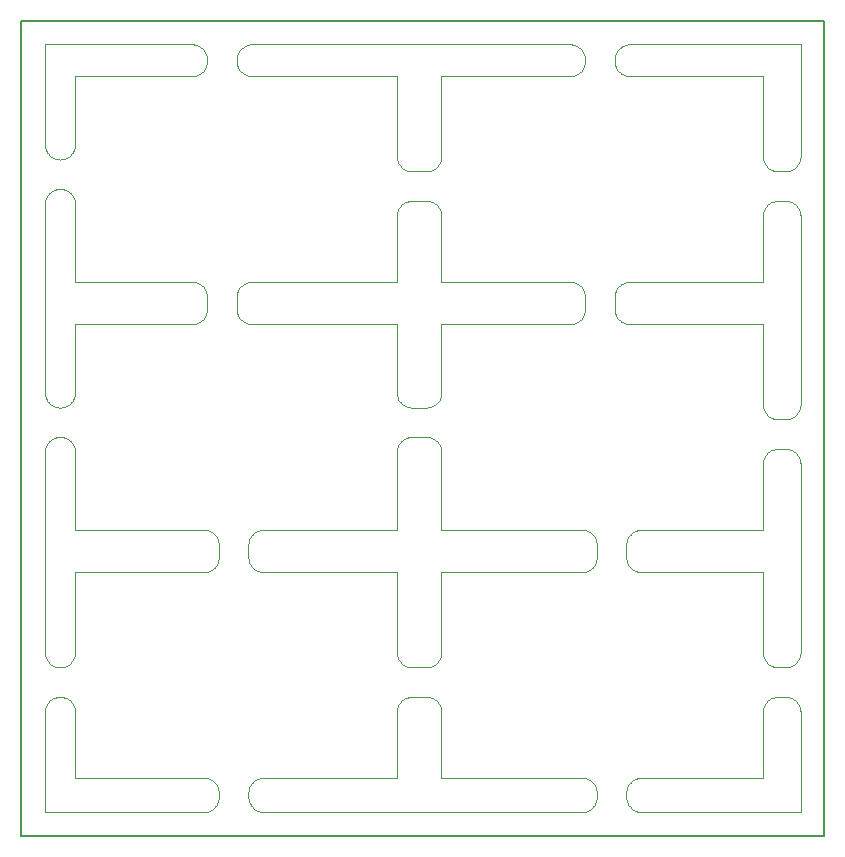
<source format=gbr>
G04 #@! TF.GenerationSoftware,KiCad,Pcbnew,5.0.2-bee76a0~70~ubuntu18.04.1*
G04 #@! TF.CreationDate,2020-02-26T15:16:49+01:00*
G04 #@! TF.ProjectId,output.rs485_adapter_panel,6f757470-7574-42e7-9273-3438355f6164,rev?*
G04 #@! TF.SameCoordinates,Original*
G04 #@! TF.FileFunction,Profile,NP*
%FSLAX46Y46*%
G04 Gerber Fmt 4.6, Leading zero omitted, Abs format (unit mm)*
G04 Created by KiCad (PCBNEW 5.0.2-bee76a0~70~ubuntu18.04.1) date Wed 26 Feb 2020 03:16:49 PM CET*
%MOMM*%
%LPD*%
G01*
G04 APERTURE LIST*
%ADD10C,0.150000*%
%ADD11C,0.100000*%
G04 APERTURE END LIST*
D10*
X135000000Y-70000000D02*
X203000000Y-70000000D01*
X135000000Y-139000000D02*
X135000000Y-70000000D01*
X203000000Y-139000000D02*
X135000000Y-139000000D01*
X203000000Y-70000000D02*
X203000000Y-139000000D01*
D11*
X154500015Y-92100000D02*
X166800000Y-92100000D01*
X149500005Y-92100000D02*
X139600000Y-92100000D01*
X149500005Y-95700000D02*
X139600000Y-95700000D01*
X154500015Y-95700000D02*
X166800000Y-95700000D01*
X149500005Y-95700000D02*
X149599709Y-95692313D01*
X149500005Y-92100000D02*
X149599709Y-92107687D01*
X149599709Y-95692313D02*
X149698527Y-95676985D01*
X149599709Y-92107687D02*
X149698527Y-92123015D01*
X149698527Y-95676985D02*
X149795874Y-95654107D01*
X149698527Y-92123015D02*
X149795874Y-92145893D01*
X149795874Y-95654107D02*
X149891174Y-95623814D01*
X149795874Y-92145893D02*
X149891174Y-92176186D01*
X149891174Y-95623814D02*
X149983864Y-95586285D01*
X149891174Y-92176186D02*
X149983864Y-92213715D01*
X149983864Y-95586285D02*
X150073395Y-95541742D01*
X149983864Y-92213715D02*
X150073395Y-92258258D01*
X150073395Y-95541742D02*
X150159237Y-95490449D01*
X150073395Y-92258258D02*
X150159237Y-92309551D01*
X150159237Y-95490449D02*
X150240882Y-95432709D01*
X150159237Y-92309551D02*
X150240882Y-92367291D01*
X150240882Y-95432709D02*
X150317847Y-95368864D01*
X150240882Y-92367291D02*
X150317847Y-92431136D01*
X150317847Y-95368864D02*
X150389677Y-95299292D01*
X150317847Y-92431136D02*
X150389677Y-92500708D01*
X150389677Y-95299292D02*
X150455947Y-95224405D01*
X150389677Y-92500708D02*
X150455947Y-92575595D01*
X150455947Y-95224405D02*
X150516265Y-95144646D01*
X150455947Y-92575595D02*
X150516265Y-92655354D01*
X150516265Y-95144646D02*
X150570274Y-95060487D01*
X150516265Y-92655354D02*
X150570274Y-92739513D01*
X150570274Y-95060487D02*
X150617654Y-94972426D01*
X150570274Y-92739513D02*
X150617654Y-92827574D01*
X150617654Y-94972426D02*
X150658125Y-94880984D01*
X150617654Y-92827574D02*
X150658125Y-92919016D01*
X150658125Y-94880984D02*
X150691447Y-94786702D01*
X150658125Y-92919016D02*
X150691447Y-93013298D01*
X150691447Y-94786702D02*
X150717423Y-94690138D01*
X150691447Y-93013298D02*
X150717423Y-93109862D01*
X150717423Y-94690138D02*
X150735900Y-94591863D01*
X150717423Y-93109862D02*
X150735900Y-93208137D01*
X150735900Y-94591863D02*
X150746768Y-94492458D01*
X150735900Y-93208137D02*
X150746768Y-93307542D01*
X150746768Y-94492458D02*
X150749963Y-94392512D01*
X150746768Y-93307542D02*
X150749963Y-93407488D01*
X150749963Y-93407488D02*
X150749963Y-94392512D01*
X154500015Y-95700000D02*
X154400311Y-95692313D01*
X154500015Y-92100000D02*
X154400311Y-92107687D01*
X154400311Y-95692313D02*
X154301493Y-95676985D01*
X154400311Y-92107687D02*
X154301493Y-92123015D01*
X154301493Y-95676985D02*
X154204146Y-95654107D01*
X154301493Y-92123015D02*
X154204146Y-92145893D01*
X154204146Y-95654107D02*
X154108846Y-95623814D01*
X154204146Y-92145893D02*
X154108846Y-92176186D01*
X154108846Y-95623814D02*
X154016156Y-95586285D01*
X154108846Y-92176186D02*
X154016156Y-92213715D01*
X154016156Y-95586285D02*
X153926625Y-95541742D01*
X154016156Y-92213715D02*
X153926625Y-92258258D01*
X153926625Y-95541742D02*
X153840783Y-95490449D01*
X153926625Y-92258258D02*
X153840783Y-92309551D01*
X153840783Y-95490449D02*
X153759138Y-95432709D01*
X153840783Y-92309551D02*
X153759138Y-92367291D01*
X153759138Y-95432709D02*
X153682173Y-95368864D01*
X153759138Y-92367291D02*
X153682173Y-92431136D01*
X153682173Y-95368864D02*
X153610343Y-95299292D01*
X153682173Y-92431136D02*
X153610343Y-92500708D01*
X153610343Y-95299292D02*
X153544073Y-95224405D01*
X153610343Y-92500708D02*
X153544073Y-92575595D01*
X153544073Y-95224405D02*
X153483755Y-95144646D01*
X153544073Y-92575595D02*
X153483755Y-92655354D01*
X153483755Y-95144646D02*
X153429746Y-95060487D01*
X153483755Y-92655354D02*
X153429746Y-92739513D01*
X153429746Y-95060487D02*
X153382366Y-94972426D01*
X153429746Y-92739513D02*
X153382366Y-92827574D01*
X153382366Y-94972426D02*
X153341895Y-94880984D01*
X153382366Y-92827574D02*
X153341895Y-92919016D01*
X153341895Y-94880984D02*
X153308573Y-94786702D01*
X153341895Y-92919016D02*
X153308573Y-93013298D01*
X153308573Y-94786702D02*
X153282597Y-94690138D01*
X153308573Y-93013298D02*
X153282597Y-93109862D01*
X153282597Y-94690138D02*
X153264120Y-94591863D01*
X153282597Y-93109862D02*
X153264120Y-93208137D01*
X153264120Y-94591863D02*
X153253252Y-94492458D01*
X153264120Y-93208137D02*
X153253252Y-93307542D01*
X153253252Y-94492458D02*
X153250057Y-94392512D01*
X153253252Y-93307542D02*
X153250057Y-93407488D01*
X153250057Y-93407488D02*
X153250057Y-94392512D01*
X150499995Y-116700000D02*
X139600000Y-116700000D01*
X155500008Y-116700000D02*
X166800000Y-116700000D01*
X155500008Y-113100000D02*
X166800000Y-113100000D01*
X150499995Y-113100000D02*
X139600000Y-113100000D01*
X155500008Y-113100000D02*
X155400304Y-113107687D01*
X155500008Y-116700000D02*
X155400304Y-116692313D01*
X155400304Y-113107687D02*
X155301486Y-113123015D01*
X155400304Y-116692313D02*
X155301486Y-116676985D01*
X155301486Y-113123015D02*
X155204139Y-113145893D01*
X155301486Y-116676985D02*
X155204139Y-116654107D01*
X155204139Y-113145893D02*
X155108839Y-113176186D01*
X155204139Y-116654107D02*
X155108839Y-116623814D01*
X155108839Y-113176186D02*
X155016149Y-113213715D01*
X155108839Y-116623814D02*
X155016149Y-116586285D01*
X155016149Y-113213715D02*
X154926618Y-113258258D01*
X155016149Y-116586285D02*
X154926618Y-116541742D01*
X154926618Y-113258258D02*
X154840776Y-113309551D01*
X154926618Y-116541742D02*
X154840776Y-116490449D01*
X154840776Y-113309551D02*
X154759131Y-113367291D01*
X154840776Y-116490449D02*
X154759131Y-116432709D01*
X154759131Y-113367291D02*
X154682166Y-113431136D01*
X154759131Y-116432709D02*
X154682166Y-116368864D01*
X154682166Y-113431136D02*
X154610336Y-113500708D01*
X154682166Y-116368864D02*
X154610336Y-116299292D01*
X154610336Y-113500708D02*
X154544066Y-113575595D01*
X154610336Y-116299292D02*
X154544066Y-116224405D01*
X154544066Y-113575595D02*
X154483748Y-113655354D01*
X154544066Y-116224405D02*
X154483748Y-116144646D01*
X154483748Y-113655354D02*
X154429739Y-113739513D01*
X154483748Y-116144646D02*
X154429739Y-116060487D01*
X154429739Y-113739513D02*
X154382359Y-113827574D01*
X154429739Y-116060487D02*
X154382359Y-115972426D01*
X154382359Y-113827574D02*
X154341888Y-113919016D01*
X154382359Y-115972426D02*
X154341888Y-115880984D01*
X154341888Y-113919016D02*
X154308566Y-114013298D01*
X154341888Y-115880984D02*
X154308566Y-115786702D01*
X154308566Y-114013298D02*
X154282590Y-114109862D01*
X154308566Y-115786702D02*
X154282590Y-115690138D01*
X154282590Y-114109862D02*
X154264113Y-114208137D01*
X154282590Y-115690138D02*
X154264113Y-115591863D01*
X154264113Y-114208137D02*
X154253245Y-114307542D01*
X154264113Y-115591863D02*
X154253245Y-115492458D01*
X154253245Y-114307542D02*
X154250050Y-114407488D01*
X154253245Y-115492458D02*
X154250050Y-115392512D01*
X154250050Y-115392512D02*
X154250050Y-114407488D01*
X150499995Y-113100000D02*
X150599699Y-113107687D01*
X150499995Y-116700000D02*
X150599699Y-116692313D01*
X150599699Y-113107687D02*
X150698517Y-113123015D01*
X150599699Y-116692313D02*
X150698517Y-116676985D01*
X150698517Y-113123015D02*
X150795864Y-113145893D01*
X150698517Y-116676985D02*
X150795864Y-116654107D01*
X150795864Y-113145893D02*
X150891164Y-113176186D01*
X150795864Y-116654107D02*
X150891164Y-116623814D01*
X150891164Y-113176186D02*
X150983854Y-113213715D01*
X150891164Y-116623814D02*
X150983854Y-116586285D01*
X150983854Y-113213715D02*
X151073385Y-113258258D01*
X150983854Y-116586285D02*
X151073385Y-116541742D01*
X151073385Y-113258258D02*
X151159227Y-113309551D01*
X151073385Y-116541742D02*
X151159227Y-116490449D01*
X151159227Y-113309551D02*
X151240872Y-113367291D01*
X151159227Y-116490449D02*
X151240872Y-116432709D01*
X151240872Y-113367291D02*
X151317837Y-113431136D01*
X151240872Y-116432709D02*
X151317837Y-116368864D01*
X151317837Y-113431136D02*
X151389667Y-113500708D01*
X151317837Y-116368864D02*
X151389667Y-116299292D01*
X151389667Y-113500708D02*
X151455937Y-113575595D01*
X151389667Y-116299292D02*
X151455937Y-116224405D01*
X151455937Y-113575595D02*
X151516255Y-113655354D01*
X151455937Y-116224405D02*
X151516255Y-116144646D01*
X151516255Y-113655354D02*
X151570264Y-113739513D01*
X151516255Y-116144646D02*
X151570264Y-116060487D01*
X151570264Y-113739513D02*
X151617644Y-113827574D01*
X151570264Y-116060487D02*
X151617644Y-115972426D01*
X151617644Y-113827574D02*
X151658115Y-113919016D01*
X151617644Y-115972426D02*
X151658115Y-115880984D01*
X151658115Y-113919016D02*
X151691437Y-114013298D01*
X151658115Y-115880984D02*
X151691437Y-115786702D01*
X151691437Y-114013298D02*
X151717413Y-114109862D01*
X151691437Y-115786702D02*
X151717413Y-115690138D01*
X151717413Y-114109862D02*
X151735890Y-114208137D01*
X151717413Y-115690138D02*
X151735890Y-115591863D01*
X151735890Y-114208137D02*
X151746758Y-114307542D01*
X151735890Y-115591863D02*
X151746758Y-115492458D01*
X151746758Y-114307542D02*
X151749953Y-114407488D01*
X151746758Y-115492458D02*
X151749953Y-115392512D01*
X151749953Y-115392512D02*
X151749953Y-114407488D01*
X182500015Y-116700000D02*
X170600000Y-116700000D01*
X187500000Y-116700000D02*
X197800000Y-116700000D01*
X187500000Y-113100000D02*
X197800000Y-113100000D01*
X182500015Y-113100000D02*
X170600000Y-113100000D01*
X187500000Y-113100000D02*
X187400296Y-113107687D01*
X187500000Y-116700000D02*
X187400296Y-116692313D01*
X187400296Y-113107687D02*
X187301478Y-113123015D01*
X187400296Y-116692313D02*
X187301478Y-116676985D01*
X187301478Y-113123015D02*
X187204131Y-113145893D01*
X187301478Y-116676985D02*
X187204131Y-116654107D01*
X187204131Y-113145893D02*
X187108831Y-113176186D01*
X187204131Y-116654107D02*
X187108831Y-116623814D01*
X187108831Y-113176186D02*
X187016141Y-113213715D01*
X187108831Y-116623814D02*
X187016141Y-116586285D01*
X187016141Y-113213715D02*
X186926610Y-113258258D01*
X187016141Y-116586285D02*
X186926610Y-116541742D01*
X186926610Y-113258258D02*
X186840768Y-113309551D01*
X186926610Y-116541742D02*
X186840768Y-116490449D01*
X186840768Y-113309551D02*
X186759123Y-113367291D01*
X186840768Y-116490449D02*
X186759123Y-116432709D01*
X186759123Y-113367291D02*
X186682158Y-113431136D01*
X186759123Y-116432709D02*
X186682158Y-116368864D01*
X186682158Y-113431136D02*
X186610328Y-113500708D01*
X186682158Y-116368864D02*
X186610328Y-116299292D01*
X186610328Y-113500708D02*
X186544058Y-113575595D01*
X186610328Y-116299292D02*
X186544058Y-116224405D01*
X186544058Y-113575595D02*
X186483740Y-113655354D01*
X186544058Y-116224405D02*
X186483740Y-116144646D01*
X186483740Y-113655354D02*
X186429731Y-113739513D01*
X186483740Y-116144646D02*
X186429731Y-116060487D01*
X186429731Y-113739513D02*
X186382351Y-113827574D01*
X186429731Y-116060487D02*
X186382351Y-115972426D01*
X186382351Y-113827574D02*
X186341880Y-113919016D01*
X186382351Y-115972426D02*
X186341880Y-115880984D01*
X186341880Y-113919016D02*
X186308558Y-114013298D01*
X186341880Y-115880984D02*
X186308558Y-115786702D01*
X186308558Y-114013298D02*
X186282582Y-114109862D01*
X186308558Y-115786702D02*
X186282582Y-115690138D01*
X186282582Y-114109862D02*
X186264105Y-114208137D01*
X186282582Y-115690138D02*
X186264105Y-115591863D01*
X186264105Y-114208137D02*
X186253237Y-114307542D01*
X186264105Y-115591863D02*
X186253237Y-115492458D01*
X186253237Y-114307542D02*
X186250042Y-114407488D01*
X186253237Y-115492458D02*
X186250042Y-115392512D01*
X186250042Y-115392512D02*
X186250042Y-114407488D01*
X182500015Y-113100000D02*
X182599719Y-113107687D01*
X182500015Y-116700000D02*
X182599719Y-116692313D01*
X182599719Y-113107687D02*
X182698537Y-113123015D01*
X182599719Y-116692313D02*
X182698537Y-116676985D01*
X182698537Y-113123015D02*
X182795884Y-113145893D01*
X182698537Y-116676985D02*
X182795884Y-116654107D01*
X182795884Y-113145893D02*
X182891184Y-113176186D01*
X182795884Y-116654107D02*
X182891184Y-116623814D01*
X182891184Y-113176186D02*
X182983874Y-113213715D01*
X182891184Y-116623814D02*
X182983874Y-116586285D01*
X182983874Y-113213715D02*
X183073405Y-113258258D01*
X182983874Y-116586285D02*
X183073405Y-116541742D01*
X183073405Y-113258258D02*
X183159247Y-113309551D01*
X183073405Y-116541742D02*
X183159247Y-116490449D01*
X183159247Y-113309551D02*
X183240892Y-113367291D01*
X183159247Y-116490449D02*
X183240892Y-116432709D01*
X183240892Y-113367291D02*
X183317857Y-113431136D01*
X183240892Y-116432709D02*
X183317857Y-116368864D01*
X183317857Y-113431136D02*
X183389687Y-113500708D01*
X183317857Y-116368864D02*
X183389687Y-116299292D01*
X183389687Y-113500708D02*
X183455957Y-113575595D01*
X183389687Y-116299292D02*
X183455957Y-116224405D01*
X183455957Y-113575595D02*
X183516275Y-113655354D01*
X183455957Y-116224405D02*
X183516275Y-116144646D01*
X183516275Y-113655354D02*
X183570284Y-113739513D01*
X183516275Y-116144646D02*
X183570284Y-116060487D01*
X183570284Y-113739513D02*
X183617664Y-113827574D01*
X183570284Y-116060487D02*
X183617664Y-115972426D01*
X183617664Y-113827574D02*
X183658135Y-113919016D01*
X183617664Y-115972426D02*
X183658135Y-115880984D01*
X183658135Y-113919016D02*
X183691457Y-114013298D01*
X183658135Y-115880984D02*
X183691457Y-115786702D01*
X183691457Y-114013298D02*
X183717433Y-114109862D01*
X183691457Y-115786702D02*
X183717433Y-115690138D01*
X183717433Y-114109862D02*
X183735910Y-114208137D01*
X183717433Y-115690138D02*
X183735910Y-115591863D01*
X183735910Y-114208137D02*
X183746778Y-114307542D01*
X183735910Y-115591863D02*
X183746778Y-115492458D01*
X183746778Y-114307542D02*
X183749973Y-114407488D01*
X183746778Y-115492458D02*
X183749973Y-115392512D01*
X183749973Y-115392512D02*
X183749973Y-114407488D01*
X186500008Y-92100000D02*
X197800000Y-92100000D01*
X181499995Y-92100000D02*
X170600000Y-92100000D01*
X181499995Y-95700000D02*
X170600000Y-95700000D01*
X186500008Y-95700000D02*
X197800000Y-95700000D01*
X181499995Y-95700000D02*
X181599699Y-95692313D01*
X181499995Y-92100000D02*
X181599699Y-92107687D01*
X181599699Y-95692313D02*
X181698517Y-95676985D01*
X181599699Y-92107687D02*
X181698517Y-92123015D01*
X181698517Y-95676985D02*
X181795864Y-95654107D01*
X181698517Y-92123015D02*
X181795864Y-92145893D01*
X181795864Y-95654107D02*
X181891164Y-95623814D01*
X181795864Y-92145893D02*
X181891164Y-92176186D01*
X181891164Y-95623814D02*
X181983854Y-95586285D01*
X181891164Y-92176186D02*
X181983854Y-92213715D01*
X181983854Y-95586285D02*
X182073385Y-95541742D01*
X181983854Y-92213715D02*
X182073385Y-92258258D01*
X182073385Y-95541742D02*
X182159227Y-95490449D01*
X182073385Y-92258258D02*
X182159227Y-92309551D01*
X182159227Y-95490449D02*
X182240872Y-95432709D01*
X182159227Y-92309551D02*
X182240872Y-92367291D01*
X182240872Y-95432709D02*
X182317837Y-95368864D01*
X182240872Y-92367291D02*
X182317837Y-92431136D01*
X182317837Y-95368864D02*
X182389667Y-95299292D01*
X182317837Y-92431136D02*
X182389667Y-92500708D01*
X182389667Y-95299292D02*
X182455937Y-95224405D01*
X182389667Y-92500708D02*
X182455937Y-92575595D01*
X182455937Y-95224405D02*
X182516255Y-95144646D01*
X182455937Y-92575595D02*
X182516255Y-92655354D01*
X182516255Y-95144646D02*
X182570264Y-95060487D01*
X182516255Y-92655354D02*
X182570264Y-92739513D01*
X182570264Y-95060487D02*
X182617644Y-94972426D01*
X182570264Y-92739513D02*
X182617644Y-92827574D01*
X182617644Y-94972426D02*
X182658115Y-94880984D01*
X182617644Y-92827574D02*
X182658115Y-92919016D01*
X182658115Y-94880984D02*
X182691437Y-94786702D01*
X182658115Y-92919016D02*
X182691437Y-93013298D01*
X182691437Y-94786702D02*
X182717413Y-94690138D01*
X182691437Y-93013298D02*
X182717413Y-93109862D01*
X182717413Y-94690138D02*
X182735890Y-94591863D01*
X182717413Y-93109862D02*
X182735890Y-93208137D01*
X182735890Y-94591863D02*
X182746758Y-94492458D01*
X182735890Y-93208137D02*
X182746758Y-93307542D01*
X182746758Y-94492458D02*
X182749953Y-94392512D01*
X182746758Y-93307542D02*
X182749953Y-93407488D01*
X182749953Y-93407488D02*
X182749953Y-94392512D01*
X186500008Y-95700000D02*
X186400304Y-95692313D01*
X186500008Y-92100000D02*
X186400304Y-92107687D01*
X186400304Y-95692313D02*
X186301486Y-95676985D01*
X186400304Y-92107687D02*
X186301486Y-92123015D01*
X186301486Y-95676985D02*
X186204139Y-95654107D01*
X186301486Y-92123015D02*
X186204139Y-92145893D01*
X186204139Y-95654107D02*
X186108839Y-95623814D01*
X186204139Y-92145893D02*
X186108839Y-92176186D01*
X186108839Y-95623814D02*
X186016149Y-95586285D01*
X186108839Y-92176186D02*
X186016149Y-92213715D01*
X186016149Y-95586285D02*
X185926618Y-95541742D01*
X186016149Y-92213715D02*
X185926618Y-92258258D01*
X185926618Y-95541742D02*
X185840776Y-95490449D01*
X185926618Y-92258258D02*
X185840776Y-92309551D01*
X185840776Y-95490449D02*
X185759131Y-95432709D01*
X185840776Y-92309551D02*
X185759131Y-92367291D01*
X185759131Y-95432709D02*
X185682166Y-95368864D01*
X185759131Y-92367291D02*
X185682166Y-92431136D01*
X185682166Y-95368864D02*
X185610336Y-95299292D01*
X185682166Y-92431136D02*
X185610336Y-92500708D01*
X185610336Y-95299292D02*
X185544066Y-95224405D01*
X185610336Y-92500708D02*
X185544066Y-92575595D01*
X185544066Y-95224405D02*
X185483748Y-95144646D01*
X185544066Y-92575595D02*
X185483748Y-92655354D01*
X185483748Y-95144646D02*
X185429739Y-95060487D01*
X185483748Y-92655354D02*
X185429739Y-92739513D01*
X185429739Y-95060487D02*
X185382359Y-94972426D01*
X185429739Y-92739513D02*
X185382359Y-92827574D01*
X185382359Y-94972426D02*
X185341888Y-94880984D01*
X185382359Y-92827574D02*
X185341888Y-92919016D01*
X185341888Y-94880984D02*
X185308566Y-94786702D01*
X185341888Y-92919016D02*
X185308566Y-93013298D01*
X185308566Y-94786702D02*
X185282590Y-94690138D01*
X185308566Y-93013298D02*
X185282590Y-93109862D01*
X185282590Y-94690138D02*
X185264113Y-94591863D01*
X185282590Y-93109862D02*
X185264113Y-93208137D01*
X185264113Y-94591863D02*
X185253245Y-94492458D01*
X185264113Y-93208137D02*
X185253245Y-93307542D01*
X185253245Y-94492458D02*
X185250050Y-94392512D01*
X185253245Y-93307542D02*
X185250050Y-93407488D01*
X185250050Y-93407488D02*
X185250050Y-94392512D01*
X170600000Y-128500005D02*
X170600000Y-134100000D01*
X170600000Y-123499997D02*
X170600000Y-116700000D01*
X166800000Y-123499997D02*
X166800000Y-116700000D01*
X166800000Y-128500005D02*
X166800000Y-134100000D01*
X166800000Y-123499997D02*
X166807687Y-123599701D01*
X170600000Y-123499997D02*
X170592313Y-123599701D01*
X166807687Y-123599701D02*
X166823015Y-123698519D01*
X170592313Y-123599701D02*
X170576985Y-123698519D01*
X166823015Y-123698519D02*
X166845893Y-123795866D01*
X170576985Y-123698519D02*
X170554107Y-123795866D01*
X166845893Y-123795866D02*
X166876186Y-123891166D01*
X170554107Y-123795866D02*
X170523814Y-123891166D01*
X166876186Y-123891166D02*
X166913715Y-123983856D01*
X170523814Y-123891166D02*
X170486285Y-123983856D01*
X166913715Y-123983856D02*
X166958258Y-124073387D01*
X170486285Y-123983856D02*
X170441742Y-124073387D01*
X166958258Y-124073387D02*
X167009551Y-124159229D01*
X170441742Y-124073387D02*
X170390449Y-124159229D01*
X167009551Y-124159229D02*
X167067291Y-124240874D01*
X170390449Y-124159229D02*
X170332709Y-124240874D01*
X167067291Y-124240874D02*
X167131136Y-124317839D01*
X170332709Y-124240874D02*
X170268864Y-124317839D01*
X167131136Y-124317839D02*
X167200708Y-124389669D01*
X170268864Y-124317839D02*
X170199292Y-124389669D01*
X167200708Y-124389669D02*
X167275595Y-124455939D01*
X170199292Y-124389669D02*
X170124405Y-124455939D01*
X167275595Y-124455939D02*
X167355354Y-124516257D01*
X170124405Y-124455939D02*
X170044646Y-124516257D01*
X167355354Y-124516257D02*
X167439513Y-124570266D01*
X170044646Y-124516257D02*
X169960487Y-124570266D01*
X167439513Y-124570266D02*
X167527574Y-124617646D01*
X169960487Y-124570266D02*
X169872426Y-124617646D01*
X167527574Y-124617646D02*
X167619016Y-124658117D01*
X169872426Y-124617646D02*
X169780984Y-124658117D01*
X167619016Y-124658117D02*
X167713298Y-124691439D01*
X169780984Y-124658117D02*
X169686702Y-124691439D01*
X167713298Y-124691439D02*
X167809862Y-124717415D01*
X169686702Y-124691439D02*
X169590138Y-124717415D01*
X167809862Y-124717415D02*
X167908137Y-124735892D01*
X169590138Y-124717415D02*
X169491863Y-124735892D01*
X167908137Y-124735892D02*
X168007542Y-124746760D01*
X169491863Y-124735892D02*
X169392458Y-124746760D01*
X168007542Y-124746760D02*
X168107488Y-124749955D01*
X169392458Y-124746760D02*
X169292512Y-124749955D01*
X169292512Y-124749955D02*
X168107488Y-124749955D01*
X166800000Y-128500005D02*
X166807687Y-128400301D01*
X170600000Y-128500005D02*
X170592313Y-128400301D01*
X166807687Y-128400301D02*
X166823015Y-128301483D01*
X170592313Y-128400301D02*
X170576985Y-128301483D01*
X166823015Y-128301483D02*
X166845893Y-128204136D01*
X170576985Y-128301483D02*
X170554107Y-128204136D01*
X166845893Y-128204136D02*
X166876186Y-128108836D01*
X170554107Y-128204136D02*
X170523814Y-128108836D01*
X166876186Y-128108836D02*
X166913715Y-128016146D01*
X170523814Y-128108836D02*
X170486285Y-128016146D01*
X166913715Y-128016146D02*
X166958258Y-127926615D01*
X170486285Y-128016146D02*
X170441742Y-127926615D01*
X166958258Y-127926615D02*
X167009551Y-127840773D01*
X170441742Y-127926615D02*
X170390449Y-127840773D01*
X167009551Y-127840773D02*
X167067291Y-127759128D01*
X170390449Y-127840773D02*
X170332709Y-127759128D01*
X167067291Y-127759128D02*
X167131136Y-127682163D01*
X170332709Y-127759128D02*
X170268864Y-127682163D01*
X167131136Y-127682163D02*
X167200708Y-127610333D01*
X170268864Y-127682163D02*
X170199292Y-127610333D01*
X167200708Y-127610333D02*
X167275595Y-127544063D01*
X170199292Y-127610333D02*
X170124405Y-127544063D01*
X167275595Y-127544063D02*
X167355354Y-127483745D01*
X170124405Y-127544063D02*
X170044646Y-127483745D01*
X167355354Y-127483745D02*
X167439513Y-127429736D01*
X170044646Y-127483745D02*
X169960487Y-127429736D01*
X167439513Y-127429736D02*
X167527574Y-127382356D01*
X169960487Y-127429736D02*
X169872426Y-127382356D01*
X167527574Y-127382356D02*
X167619016Y-127341885D01*
X169872426Y-127382356D02*
X169780984Y-127341885D01*
X167619016Y-127341885D02*
X167713298Y-127308563D01*
X169780984Y-127341885D02*
X169686702Y-127308563D01*
X167713298Y-127308563D02*
X167809862Y-127282587D01*
X169686702Y-127308563D02*
X169590138Y-127282587D01*
X167809862Y-127282587D02*
X167908137Y-127264110D01*
X169590138Y-127282587D02*
X169491863Y-127264110D01*
X167908137Y-127264110D02*
X168007542Y-127253242D01*
X169491863Y-127264110D02*
X169392458Y-127253242D01*
X168007542Y-127253242D02*
X168107488Y-127250047D01*
X169392458Y-127253242D02*
X169292512Y-127250047D01*
X169292512Y-127250047D02*
X168107488Y-127250047D01*
X170600000Y-86500005D02*
X170600000Y-92100000D01*
X170600000Y-81499997D02*
X170600000Y-74700000D01*
X166800000Y-81499997D02*
X166800000Y-74700000D01*
X166800000Y-86500005D02*
X166800000Y-92100000D01*
X166800000Y-81499997D02*
X166807687Y-81599701D01*
X170600000Y-81499997D02*
X170592313Y-81599701D01*
X166807687Y-81599701D02*
X166823015Y-81698519D01*
X170592313Y-81599701D02*
X170576985Y-81698519D01*
X166823015Y-81698519D02*
X166845893Y-81795866D01*
X170576985Y-81698519D02*
X170554107Y-81795866D01*
X166845893Y-81795866D02*
X166876186Y-81891166D01*
X170554107Y-81795866D02*
X170523814Y-81891166D01*
X166876186Y-81891166D02*
X166913715Y-81983856D01*
X170523814Y-81891166D02*
X170486285Y-81983856D01*
X166913715Y-81983856D02*
X166958258Y-82073387D01*
X170486285Y-81983856D02*
X170441742Y-82073387D01*
X166958258Y-82073387D02*
X167009551Y-82159229D01*
X170441742Y-82073387D02*
X170390449Y-82159229D01*
X167009551Y-82159229D02*
X167067291Y-82240874D01*
X170390449Y-82159229D02*
X170332709Y-82240874D01*
X167067291Y-82240874D02*
X167131136Y-82317839D01*
X170332709Y-82240874D02*
X170268864Y-82317839D01*
X167131136Y-82317839D02*
X167200708Y-82389669D01*
X170268864Y-82317839D02*
X170199292Y-82389669D01*
X167200708Y-82389669D02*
X167275595Y-82455939D01*
X170199292Y-82389669D02*
X170124405Y-82455939D01*
X167275595Y-82455939D02*
X167355354Y-82516257D01*
X170124405Y-82455939D02*
X170044646Y-82516257D01*
X167355354Y-82516257D02*
X167439513Y-82570266D01*
X170044646Y-82516257D02*
X169960487Y-82570266D01*
X167439513Y-82570266D02*
X167527574Y-82617646D01*
X169960487Y-82570266D02*
X169872426Y-82617646D01*
X167527574Y-82617646D02*
X167619016Y-82658117D01*
X169872426Y-82617646D02*
X169780984Y-82658117D01*
X167619016Y-82658117D02*
X167713298Y-82691439D01*
X169780984Y-82658117D02*
X169686702Y-82691439D01*
X167713298Y-82691439D02*
X167809862Y-82717415D01*
X169686702Y-82691439D02*
X169590138Y-82717415D01*
X167809862Y-82717415D02*
X167908137Y-82735892D01*
X169590138Y-82717415D02*
X169491863Y-82735892D01*
X167908137Y-82735892D02*
X168007542Y-82746760D01*
X169491863Y-82735892D02*
X169392458Y-82746760D01*
X168007542Y-82746760D02*
X168107488Y-82749955D01*
X169392458Y-82746760D02*
X169292512Y-82749955D01*
X169292512Y-82749955D02*
X168107488Y-82749955D01*
X166800000Y-86500005D02*
X166807687Y-86400301D01*
X170600000Y-86500005D02*
X170592313Y-86400301D01*
X166807687Y-86400301D02*
X166823015Y-86301483D01*
X170592313Y-86400301D02*
X170576985Y-86301483D01*
X166823015Y-86301483D02*
X166845893Y-86204136D01*
X170576985Y-86301483D02*
X170554107Y-86204136D01*
X166845893Y-86204136D02*
X166876186Y-86108836D01*
X170554107Y-86204136D02*
X170523814Y-86108836D01*
X166876186Y-86108836D02*
X166913715Y-86016146D01*
X170523814Y-86108836D02*
X170486285Y-86016146D01*
X166913715Y-86016146D02*
X166958258Y-85926615D01*
X170486285Y-86016146D02*
X170441742Y-85926615D01*
X166958258Y-85926615D02*
X167009551Y-85840773D01*
X170441742Y-85926615D02*
X170390449Y-85840773D01*
X167009551Y-85840773D02*
X167067291Y-85759128D01*
X170390449Y-85840773D02*
X170332709Y-85759128D01*
X167067291Y-85759128D02*
X167131136Y-85682163D01*
X170332709Y-85759128D02*
X170268864Y-85682163D01*
X167131136Y-85682163D02*
X167200708Y-85610333D01*
X170268864Y-85682163D02*
X170199292Y-85610333D01*
X167200708Y-85610333D02*
X167275595Y-85544063D01*
X170199292Y-85610333D02*
X170124405Y-85544063D01*
X167275595Y-85544063D02*
X167355354Y-85483745D01*
X170124405Y-85544063D02*
X170044646Y-85483745D01*
X167355354Y-85483745D02*
X167439513Y-85429736D01*
X170044646Y-85483745D02*
X169960487Y-85429736D01*
X167439513Y-85429736D02*
X167527574Y-85382356D01*
X169960487Y-85429736D02*
X169872426Y-85382356D01*
X167527574Y-85382356D02*
X167619016Y-85341885D01*
X169872426Y-85382356D02*
X169780984Y-85341885D01*
X167619016Y-85341885D02*
X167713298Y-85308563D01*
X169780984Y-85341885D02*
X169686702Y-85308563D01*
X167713298Y-85308563D02*
X167809862Y-85282587D01*
X169686702Y-85308563D02*
X169590138Y-85282587D01*
X167809862Y-85282587D02*
X167908137Y-85264110D01*
X169590138Y-85282587D02*
X169491863Y-85264110D01*
X167908137Y-85264110D02*
X168007542Y-85253242D01*
X169491863Y-85264110D02*
X169392458Y-85253242D01*
X168007542Y-85253242D02*
X168107488Y-85250047D01*
X169392458Y-85253242D02*
X169292512Y-85250047D01*
X169292512Y-85250047D02*
X168107488Y-85250047D01*
X166800000Y-101499997D02*
X166800000Y-95700000D01*
X166800000Y-106499998D02*
X166800000Y-113100000D01*
X170600000Y-106499998D02*
X170600000Y-113100000D01*
X170600000Y-101499997D02*
X170600000Y-95700000D01*
X170600000Y-106499998D02*
X170592313Y-106400294D01*
X166800000Y-106499998D02*
X166807687Y-106400294D01*
X170592313Y-106400294D02*
X170576985Y-106301476D01*
X166807687Y-106400294D02*
X166823015Y-106301476D01*
X170576985Y-106301476D02*
X170554107Y-106204129D01*
X166823015Y-106301476D02*
X166845893Y-106204129D01*
X170554107Y-106204129D02*
X170523814Y-106108829D01*
X166845893Y-106204129D02*
X166876186Y-106108829D01*
X170523814Y-106108829D02*
X170486285Y-106016139D01*
X166876186Y-106108829D02*
X166913715Y-106016139D01*
X170486285Y-106016139D02*
X170441742Y-105926608D01*
X166913715Y-106016139D02*
X166958258Y-105926608D01*
X170441742Y-105926608D02*
X170390449Y-105840766D01*
X166958258Y-105926608D02*
X167009551Y-105840766D01*
X170390449Y-105840766D02*
X170332709Y-105759121D01*
X167009551Y-105840766D02*
X167067291Y-105759121D01*
X170332709Y-105759121D02*
X170268864Y-105682156D01*
X167067291Y-105759121D02*
X167131136Y-105682156D01*
X170268864Y-105682156D02*
X170199292Y-105610326D01*
X167131136Y-105682156D02*
X167200708Y-105610326D01*
X170199292Y-105610326D02*
X170124405Y-105544056D01*
X167200708Y-105610326D02*
X167275595Y-105544056D01*
X170124405Y-105544056D02*
X170044646Y-105483738D01*
X167275595Y-105544056D02*
X167355354Y-105483738D01*
X170044646Y-105483738D02*
X169960487Y-105429729D01*
X167355354Y-105483738D02*
X167439513Y-105429729D01*
X169960487Y-105429729D02*
X169872426Y-105382349D01*
X167439513Y-105429729D02*
X167527574Y-105382349D01*
X169872426Y-105382349D02*
X169780984Y-105341878D01*
X167527574Y-105382349D02*
X167619016Y-105341878D01*
X169780984Y-105341878D02*
X169686702Y-105308556D01*
X167619016Y-105341878D02*
X167713298Y-105308556D01*
X169686702Y-105308556D02*
X169590138Y-105282580D01*
X167713298Y-105308556D02*
X167809862Y-105282580D01*
X169590138Y-105282580D02*
X169491863Y-105264103D01*
X167809862Y-105282580D02*
X167908137Y-105264103D01*
X169491863Y-105264103D02*
X169392458Y-105253235D01*
X167908137Y-105264103D02*
X168007542Y-105253235D01*
X169392458Y-105253235D02*
X169292512Y-105250040D01*
X168007542Y-105253235D02*
X168107488Y-105250040D01*
X168107488Y-105250040D02*
X169292512Y-105250040D01*
X170600000Y-101499997D02*
X170592313Y-101599701D01*
X166800000Y-101499997D02*
X166807687Y-101599701D01*
X170592313Y-101599701D02*
X170576985Y-101698519D01*
X166807687Y-101599701D02*
X166823015Y-101698519D01*
X170576985Y-101698519D02*
X170554107Y-101795866D01*
X166823015Y-101698519D02*
X166845893Y-101795866D01*
X170554107Y-101795866D02*
X170523814Y-101891166D01*
X166845893Y-101795866D02*
X166876186Y-101891166D01*
X170523814Y-101891166D02*
X170486285Y-101983856D01*
X166876186Y-101891166D02*
X166913715Y-101983856D01*
X170486285Y-101983856D02*
X170441742Y-102073387D01*
X166913715Y-101983856D02*
X166958258Y-102073387D01*
X170441742Y-102073387D02*
X170390449Y-102159229D01*
X166958258Y-102073387D02*
X167009551Y-102159229D01*
X170390449Y-102159229D02*
X170332709Y-102240874D01*
X167009551Y-102159229D02*
X167067291Y-102240874D01*
X170332709Y-102240874D02*
X170268864Y-102317839D01*
X167067291Y-102240874D02*
X167131136Y-102317839D01*
X170268864Y-102317839D02*
X170199292Y-102389669D01*
X167131136Y-102317839D02*
X167200708Y-102389669D01*
X170199292Y-102389669D02*
X170124405Y-102455939D01*
X167200708Y-102389669D02*
X167275595Y-102455939D01*
X170124405Y-102455939D02*
X170044646Y-102516257D01*
X167275595Y-102455939D02*
X167355354Y-102516257D01*
X170044646Y-102516257D02*
X169960487Y-102570266D01*
X167355354Y-102516257D02*
X167439513Y-102570266D01*
X169960487Y-102570266D02*
X169872426Y-102617646D01*
X167439513Y-102570266D02*
X167527574Y-102617646D01*
X169872426Y-102617646D02*
X169780984Y-102658117D01*
X167527574Y-102617646D02*
X167619016Y-102658117D01*
X169780984Y-102658117D02*
X169686702Y-102691439D01*
X167619016Y-102658117D02*
X167713298Y-102691439D01*
X169686702Y-102691439D02*
X169590138Y-102717415D01*
X167713298Y-102691439D02*
X167809862Y-102717415D01*
X169590138Y-102717415D02*
X169491863Y-102735892D01*
X167809862Y-102717415D02*
X167908137Y-102735892D01*
X169491863Y-102735892D02*
X169392458Y-102746760D01*
X167908137Y-102735892D02*
X168007542Y-102746760D01*
X169392458Y-102746760D02*
X169292512Y-102749955D01*
X168007542Y-102746760D02*
X168107488Y-102749955D01*
X168107488Y-102749955D02*
X169292512Y-102749955D01*
X187500000Y-134100000D02*
X197800000Y-134100000D01*
X182500015Y-134100000D02*
X170600000Y-134100000D01*
X187500000Y-137000000D02*
X201000000Y-137000000D01*
X182500040Y-137000000D02*
X182599744Y-136992313D01*
X182500015Y-134100000D02*
X182599719Y-134107687D01*
X182599744Y-136992313D02*
X182698562Y-136976985D01*
X182599719Y-134107687D02*
X182698537Y-134123015D01*
X182698562Y-136976985D02*
X182795909Y-136954107D01*
X182698537Y-134123015D02*
X182795884Y-134145893D01*
X182795909Y-136954107D02*
X182891209Y-136923814D01*
X182795884Y-134145893D02*
X182891184Y-134176186D01*
X182891209Y-136923814D02*
X182983899Y-136886285D01*
X182891184Y-134176186D02*
X182983874Y-134213715D01*
X182983899Y-136886285D02*
X183073430Y-136841742D01*
X182983874Y-134213715D02*
X183073405Y-134258258D01*
X183073430Y-136841742D02*
X183159272Y-136790449D01*
X183073405Y-134258258D02*
X183159247Y-134309551D01*
X183159272Y-136790449D02*
X183240917Y-136732709D01*
X183159247Y-134309551D02*
X183240892Y-134367291D01*
X183240917Y-136732709D02*
X183317882Y-136668864D01*
X183240892Y-134367291D02*
X183317857Y-134431136D01*
X183317882Y-136668864D02*
X183389712Y-136599292D01*
X183317857Y-134431136D02*
X183389687Y-134500708D01*
X183389712Y-136599292D02*
X183455982Y-136524405D01*
X183389687Y-134500708D02*
X183455957Y-134575595D01*
X183455982Y-136524405D02*
X183516300Y-136444646D01*
X183455957Y-134575595D02*
X183516275Y-134655354D01*
X183516300Y-136444646D02*
X183570309Y-136360487D01*
X183516275Y-134655354D02*
X183570284Y-134739513D01*
X183570309Y-136360487D02*
X183617689Y-136272426D01*
X183570284Y-134739513D02*
X183617664Y-134827574D01*
X183617689Y-136272426D02*
X183658160Y-136180984D01*
X183617664Y-134827574D02*
X183658135Y-134919016D01*
X183658160Y-136180984D02*
X183691482Y-136086702D01*
X183658135Y-134919016D02*
X183691457Y-135013298D01*
X183691482Y-136086702D02*
X183717458Y-135990138D01*
X183691457Y-135013298D02*
X183717433Y-135109862D01*
X183717458Y-135990138D02*
X183735935Y-135891863D01*
X183717433Y-135109862D02*
X183735910Y-135208137D01*
X183735935Y-135891863D02*
X183746803Y-135792458D01*
X183735910Y-135208137D02*
X183746778Y-135307542D01*
X183746803Y-135792458D02*
X183749998Y-135692512D01*
X183746778Y-135307542D02*
X183749973Y-135407488D01*
X183749973Y-135407488D02*
X183749998Y-135692512D01*
X187500000Y-137000000D02*
X187400296Y-136992313D01*
X187500000Y-134100000D02*
X187400296Y-134107687D01*
X187400296Y-136992313D02*
X187301478Y-136976985D01*
X187400296Y-134107687D02*
X187301478Y-134123015D01*
X187301478Y-136976985D02*
X187204131Y-136954107D01*
X187301478Y-134123015D02*
X187204131Y-134145893D01*
X187204131Y-136954107D02*
X187108831Y-136923814D01*
X187204131Y-134145893D02*
X187108831Y-134176186D01*
X187108831Y-136923814D02*
X187016141Y-136886285D01*
X187108831Y-134176186D02*
X187016141Y-134213715D01*
X187016141Y-136886285D02*
X186926610Y-136841742D01*
X187016141Y-134213715D02*
X186926610Y-134258258D01*
X186926610Y-136841742D02*
X186840768Y-136790449D01*
X186926610Y-134258258D02*
X186840768Y-134309551D01*
X186840768Y-136790449D02*
X186759123Y-136732709D01*
X186840768Y-134309551D02*
X186759123Y-134367291D01*
X186759123Y-136732709D02*
X186682158Y-136668864D01*
X186759123Y-134367291D02*
X186682158Y-134431136D01*
X186682158Y-136668864D02*
X186610328Y-136599292D01*
X186682158Y-134431136D02*
X186610328Y-134500708D01*
X186610328Y-136599292D02*
X186544058Y-136524405D01*
X186610328Y-134500708D02*
X186544058Y-134575595D01*
X186544058Y-136524405D02*
X186483740Y-136444646D01*
X186544058Y-134575595D02*
X186483740Y-134655354D01*
X186483740Y-136444646D02*
X186429731Y-136360487D01*
X186483740Y-134655354D02*
X186429731Y-134739513D01*
X186429731Y-136360487D02*
X186382351Y-136272426D01*
X186429731Y-134739513D02*
X186382351Y-134827574D01*
X186382351Y-136272426D02*
X186341880Y-136180984D01*
X186382351Y-134827574D02*
X186341880Y-134919016D01*
X186341880Y-136180984D02*
X186308558Y-136086702D01*
X186341880Y-134919016D02*
X186308558Y-135013298D01*
X186308558Y-136086702D02*
X186282582Y-135990138D01*
X186308558Y-135013298D02*
X186282582Y-135109862D01*
X186282582Y-135990138D02*
X186264105Y-135891863D01*
X186282582Y-135109862D02*
X186264105Y-135208137D01*
X186264105Y-135891863D02*
X186253237Y-135792458D01*
X186264105Y-135208137D02*
X186253237Y-135307542D01*
X186253237Y-135792458D02*
X186250042Y-135692512D01*
X186253237Y-135307542D02*
X186250042Y-135407488D01*
X186250042Y-135407488D02*
X186250042Y-135692512D01*
X155500008Y-134100000D02*
X166800000Y-134100000D01*
X150499995Y-134100000D02*
X139600000Y-134100000D01*
X155499980Y-137000000D02*
X182500040Y-137000000D01*
X150500000Y-137000000D02*
X137000000Y-137000000D01*
X150500000Y-137000000D02*
X150599704Y-136992313D01*
X150499995Y-134100000D02*
X150599699Y-134107687D01*
X150599704Y-136992313D02*
X150698522Y-136976985D01*
X150599699Y-134107687D02*
X150698517Y-134123015D01*
X150698522Y-136976985D02*
X150795869Y-136954107D01*
X150698517Y-134123015D02*
X150795864Y-134145893D01*
X150795869Y-136954107D02*
X150891169Y-136923814D01*
X150795864Y-134145893D02*
X150891164Y-134176186D01*
X150891169Y-136923814D02*
X150983859Y-136886285D01*
X150891164Y-134176186D02*
X150983854Y-134213715D01*
X150983859Y-136886285D02*
X151073390Y-136841742D01*
X150983854Y-134213715D02*
X151073385Y-134258258D01*
X151073390Y-136841742D02*
X151159232Y-136790449D01*
X151073385Y-134258258D02*
X151159227Y-134309551D01*
X151159232Y-136790449D02*
X151240877Y-136732709D01*
X151159227Y-134309551D02*
X151240872Y-134367291D01*
X151240877Y-136732709D02*
X151317842Y-136668864D01*
X151240872Y-134367291D02*
X151317837Y-134431136D01*
X151317842Y-136668864D02*
X151389672Y-136599292D01*
X151317837Y-134431136D02*
X151389667Y-134500708D01*
X151389672Y-136599292D02*
X151455942Y-136524405D01*
X151389667Y-134500708D02*
X151455937Y-134575595D01*
X151455942Y-136524405D02*
X151516260Y-136444646D01*
X151455937Y-134575595D02*
X151516255Y-134655354D01*
X151516260Y-136444646D02*
X151570269Y-136360487D01*
X151516255Y-134655354D02*
X151570264Y-134739513D01*
X151570269Y-136360487D02*
X151617649Y-136272426D01*
X151570264Y-134739513D02*
X151617644Y-134827574D01*
X151617649Y-136272426D02*
X151658120Y-136180984D01*
X151617644Y-134827574D02*
X151658115Y-134919016D01*
X151658120Y-136180984D02*
X151691442Y-136086702D01*
X151658115Y-134919016D02*
X151691437Y-135013298D01*
X151691442Y-136086702D02*
X151717418Y-135990138D01*
X151691437Y-135013298D02*
X151717413Y-135109862D01*
X151717418Y-135990138D02*
X151735895Y-135891863D01*
X151717413Y-135109862D02*
X151735890Y-135208137D01*
X151735895Y-135891863D02*
X151746763Y-135792458D01*
X151735890Y-135208137D02*
X151746758Y-135307542D01*
X151746763Y-135792458D02*
X151749958Y-135692512D01*
X151746758Y-135307542D02*
X151749953Y-135407488D01*
X151749953Y-135407488D02*
X151749958Y-135692512D01*
X155499980Y-137000000D02*
X155400276Y-136992313D01*
X155500008Y-134100000D02*
X155400304Y-134107687D01*
X155400276Y-136992313D02*
X155301458Y-136976985D01*
X155400304Y-134107687D02*
X155301486Y-134123015D01*
X155301458Y-136976985D02*
X155204111Y-136954107D01*
X155301486Y-134123015D02*
X155204139Y-134145893D01*
X155204111Y-136954107D02*
X155108811Y-136923814D01*
X155204139Y-134145893D02*
X155108839Y-134176186D01*
X155108811Y-136923814D02*
X155016121Y-136886285D01*
X155108839Y-134176186D02*
X155016149Y-134213715D01*
X155016121Y-136886285D02*
X154926590Y-136841742D01*
X155016149Y-134213715D02*
X154926618Y-134258258D01*
X154926590Y-136841742D02*
X154840748Y-136790449D01*
X154926618Y-134258258D02*
X154840776Y-134309551D01*
X154840748Y-136790449D02*
X154759103Y-136732709D01*
X154840776Y-134309551D02*
X154759131Y-134367291D01*
X154759103Y-136732709D02*
X154682138Y-136668864D01*
X154759131Y-134367291D02*
X154682166Y-134431136D01*
X154682138Y-136668864D02*
X154610308Y-136599292D01*
X154682166Y-134431136D02*
X154610336Y-134500708D01*
X154610308Y-136599292D02*
X154544038Y-136524405D01*
X154610336Y-134500708D02*
X154544066Y-134575595D01*
X154544038Y-136524405D02*
X154483720Y-136444646D01*
X154544066Y-134575595D02*
X154483748Y-134655354D01*
X154483720Y-136444646D02*
X154429711Y-136360487D01*
X154483748Y-134655354D02*
X154429739Y-134739513D01*
X154429711Y-136360487D02*
X154382331Y-136272426D01*
X154429739Y-134739513D02*
X154382359Y-134827574D01*
X154382331Y-136272426D02*
X154341860Y-136180984D01*
X154382359Y-134827574D02*
X154341888Y-134919016D01*
X154341860Y-136180984D02*
X154308538Y-136086702D01*
X154341888Y-134919016D02*
X154308566Y-135013298D01*
X154308538Y-136086702D02*
X154282562Y-135990138D01*
X154308566Y-135013298D02*
X154282590Y-135109862D01*
X154282562Y-135990138D02*
X154264085Y-135891863D01*
X154282590Y-135109862D02*
X154264113Y-135208137D01*
X154264085Y-135891863D02*
X154253217Y-135792458D01*
X154264113Y-135208137D02*
X154253245Y-135307542D01*
X154253217Y-135792458D02*
X154250022Y-135692512D01*
X154253245Y-135307542D02*
X154250050Y-135407488D01*
X154250050Y-135407488D02*
X154250022Y-135692512D01*
X149500005Y-74700000D02*
X139600000Y-74700000D01*
X154500015Y-74700000D02*
X166800000Y-74700000D01*
X149499987Y-72000000D02*
X137000000Y-72000000D01*
X154499980Y-72000000D02*
X154400276Y-72007687D01*
X154500015Y-74700000D02*
X154400311Y-74692313D01*
X154400276Y-72007687D02*
X154301458Y-72023015D01*
X154400311Y-74692313D02*
X154301493Y-74676985D01*
X154301458Y-72023015D02*
X154204111Y-72045893D01*
X154301493Y-74676985D02*
X154204146Y-74654107D01*
X154204111Y-72045893D02*
X154108811Y-72076186D01*
X154204146Y-74654107D02*
X154108846Y-74623814D01*
X154108811Y-72076186D02*
X154016121Y-72113715D01*
X154108846Y-74623814D02*
X154016156Y-74586285D01*
X154016121Y-72113715D02*
X153926590Y-72158258D01*
X154016156Y-74586285D02*
X153926625Y-74541742D01*
X153926590Y-72158258D02*
X153840748Y-72209551D01*
X153926625Y-74541742D02*
X153840783Y-74490449D01*
X153840748Y-72209551D02*
X153759103Y-72267291D01*
X153840783Y-74490449D02*
X153759138Y-74432709D01*
X153759103Y-72267291D02*
X153682138Y-72331136D01*
X153759138Y-74432709D02*
X153682173Y-74368864D01*
X153682138Y-72331136D02*
X153610308Y-72400708D01*
X153682173Y-74368864D02*
X153610343Y-74299292D01*
X153610308Y-72400708D02*
X153544038Y-72475595D01*
X153610343Y-74299292D02*
X153544073Y-74224405D01*
X153544038Y-72475595D02*
X153483720Y-72555354D01*
X153544073Y-74224405D02*
X153483755Y-74144646D01*
X153483720Y-72555354D02*
X153429711Y-72639513D01*
X153483755Y-74144646D02*
X153429746Y-74060487D01*
X153429711Y-72639513D02*
X153382331Y-72727574D01*
X153429746Y-74060487D02*
X153382366Y-73972426D01*
X153382331Y-72727574D02*
X153341860Y-72819016D01*
X153382366Y-73972426D02*
X153341895Y-73880984D01*
X153341860Y-72819016D02*
X153308538Y-72913298D01*
X153341895Y-73880984D02*
X153308573Y-73786702D01*
X153308538Y-72913298D02*
X153282562Y-73009862D01*
X153308573Y-73786702D02*
X153282597Y-73690138D01*
X153282562Y-73009862D02*
X153264085Y-73108137D01*
X153282597Y-73690138D02*
X153264120Y-73591863D01*
X153264085Y-73108137D02*
X153253217Y-73207542D01*
X153264120Y-73591863D02*
X153253252Y-73492458D01*
X153253217Y-73207542D02*
X153250022Y-73307488D01*
X153253252Y-73492458D02*
X153250057Y-73392512D01*
X153250057Y-73392512D02*
X153250022Y-73307488D01*
X149500005Y-74700000D02*
X149599709Y-74692313D01*
X149499987Y-72000000D02*
X149599691Y-72007687D01*
X149599709Y-74692313D02*
X149698527Y-74676985D01*
X149599691Y-72007687D02*
X149698509Y-72023015D01*
X149698527Y-74676985D02*
X149795874Y-74654107D01*
X149698509Y-72023015D02*
X149795856Y-72045893D01*
X149795874Y-74654107D02*
X149891174Y-74623814D01*
X149795856Y-72045893D02*
X149891156Y-72076186D01*
X149891174Y-74623814D02*
X149983864Y-74586285D01*
X149891156Y-72076186D02*
X149983846Y-72113715D01*
X149983864Y-74586285D02*
X150073395Y-74541742D01*
X149983846Y-72113715D02*
X150073377Y-72158258D01*
X150073395Y-74541742D02*
X150159237Y-74490449D01*
X150073377Y-72158258D02*
X150159219Y-72209551D01*
X150159237Y-74490449D02*
X150240882Y-74432709D01*
X150159219Y-72209551D02*
X150240864Y-72267291D01*
X150240882Y-74432709D02*
X150317847Y-74368864D01*
X150240864Y-72267291D02*
X150317829Y-72331136D01*
X150317847Y-74368864D02*
X150389677Y-74299292D01*
X150317829Y-72331136D02*
X150389659Y-72400708D01*
X150389677Y-74299292D02*
X150455947Y-74224405D01*
X150389659Y-72400708D02*
X150455929Y-72475595D01*
X150455947Y-74224405D02*
X150516265Y-74144646D01*
X150455929Y-72475595D02*
X150516247Y-72555354D01*
X150516265Y-74144646D02*
X150570274Y-74060487D01*
X150516247Y-72555354D02*
X150570256Y-72639513D01*
X150570274Y-74060487D02*
X150617654Y-73972426D01*
X150570256Y-72639513D02*
X150617636Y-72727574D01*
X150617654Y-73972426D02*
X150658125Y-73880984D01*
X150617636Y-72727574D02*
X150658107Y-72819016D01*
X150658125Y-73880984D02*
X150691447Y-73786702D01*
X150658107Y-72819016D02*
X150691429Y-72913298D01*
X150691447Y-73786702D02*
X150717423Y-73690138D01*
X150691429Y-72913298D02*
X150717405Y-73009862D01*
X150717423Y-73690138D02*
X150735900Y-73591863D01*
X150717405Y-73009862D02*
X150735882Y-73108137D01*
X150735900Y-73591863D02*
X150746768Y-73492458D01*
X150735882Y-73108137D02*
X150746750Y-73207542D01*
X150746768Y-73492458D02*
X150749963Y-73392512D01*
X150746750Y-73207542D02*
X150749945Y-73307488D01*
X150749963Y-73392512D02*
X150749945Y-73307488D01*
X139600000Y-85499998D02*
X139600000Y-92100000D01*
X139600000Y-80499997D02*
X139600000Y-74700000D01*
X137000000Y-80500002D02*
X137000000Y-72000000D01*
X137000000Y-80500002D02*
X137007687Y-80599706D01*
X139600000Y-80499997D02*
X139592313Y-80599701D01*
X137007687Y-80599706D02*
X137023015Y-80698524D01*
X139592313Y-80599701D02*
X139576985Y-80698519D01*
X137023015Y-80698524D02*
X137045893Y-80795871D01*
X139576985Y-80698519D02*
X139554107Y-80795866D01*
X137045893Y-80795871D02*
X137076186Y-80891171D01*
X139554107Y-80795866D02*
X139523814Y-80891166D01*
X137076186Y-80891171D02*
X137113715Y-80983861D01*
X139523814Y-80891166D02*
X139486285Y-80983856D01*
X137113715Y-80983861D02*
X137158258Y-81073392D01*
X139486285Y-80983856D02*
X139441742Y-81073387D01*
X137158258Y-81073392D02*
X137209551Y-81159234D01*
X139441742Y-81073387D02*
X139390449Y-81159229D01*
X137209551Y-81159234D02*
X137267291Y-81240879D01*
X139390449Y-81159229D02*
X139332709Y-81240874D01*
X137267291Y-81240879D02*
X137331136Y-81317844D01*
X139332709Y-81240874D02*
X139268864Y-81317839D01*
X137331136Y-81317844D02*
X137400708Y-81389674D01*
X139268864Y-81317839D02*
X139199292Y-81389669D01*
X137400708Y-81389674D02*
X137475595Y-81455944D01*
X139199292Y-81389669D02*
X139124405Y-81455939D01*
X137475595Y-81455944D02*
X137555354Y-81516262D01*
X139124405Y-81455939D02*
X139044646Y-81516257D01*
X137555354Y-81516262D02*
X137639513Y-81570271D01*
X139044646Y-81516257D02*
X138960487Y-81570266D01*
X137639513Y-81570271D02*
X137727574Y-81617651D01*
X138960487Y-81570266D02*
X138872426Y-81617646D01*
X137727574Y-81617651D02*
X137819016Y-81658122D01*
X138872426Y-81617646D02*
X138780984Y-81658117D01*
X137819016Y-81658122D02*
X137913298Y-81691444D01*
X138780984Y-81658117D02*
X138686702Y-81691439D01*
X137913298Y-81691444D02*
X138009862Y-81717420D01*
X138686702Y-81691439D02*
X138590138Y-81717415D01*
X138009862Y-81717420D02*
X138108137Y-81735897D01*
X138590138Y-81717415D02*
X138491863Y-81735892D01*
X138108137Y-81735897D02*
X138207542Y-81746765D01*
X138491863Y-81735892D02*
X138392458Y-81746760D01*
X138207542Y-81746765D02*
X138307488Y-81749960D01*
X138392458Y-81746760D02*
X138307488Y-81749960D01*
X139600000Y-85499998D02*
X139592313Y-85400294D01*
X137000000Y-85500065D02*
X137007687Y-85400361D01*
X139592313Y-85400294D02*
X139576985Y-85301476D01*
X137007687Y-85400361D02*
X137023015Y-85301543D01*
X139576985Y-85301476D02*
X139554107Y-85204129D01*
X137023015Y-85301543D02*
X137045893Y-85204196D01*
X139554107Y-85204129D02*
X139523814Y-85108829D01*
X139523814Y-85108829D02*
X139486285Y-85016139D01*
X137045893Y-85204196D02*
X137076186Y-85108896D01*
X137076186Y-85108896D02*
X137113715Y-85016206D01*
X139486285Y-85016139D02*
X139441742Y-84926608D01*
X139441742Y-84926608D02*
X139390449Y-84840766D01*
X137113715Y-85016206D02*
X137158258Y-84926675D01*
X137158258Y-84926675D02*
X137209551Y-84840833D01*
X139390449Y-84840766D02*
X139332709Y-84759121D01*
X137209551Y-84840833D02*
X137267291Y-84759188D01*
X139332709Y-84759121D02*
X139268864Y-84682156D01*
X137267291Y-84759188D02*
X137331136Y-84682223D01*
X139268864Y-84682156D02*
X139199292Y-84610326D01*
X137331136Y-84682223D02*
X137400708Y-84610393D01*
X139199292Y-84610326D02*
X139124405Y-84544056D01*
X137400708Y-84610393D02*
X137475595Y-84544123D01*
X139124405Y-84544056D02*
X139044646Y-84483738D01*
X137475595Y-84544123D02*
X137555354Y-84483805D01*
X139044646Y-84483738D02*
X138960487Y-84429729D01*
X138960487Y-84429729D02*
X138872426Y-84382349D01*
X137555354Y-84483805D02*
X137639513Y-84429796D01*
X137639513Y-84429796D02*
X137727574Y-84382416D01*
X138872426Y-84382349D02*
X138780984Y-84341878D01*
X137727574Y-84382416D02*
X137819016Y-84341945D01*
X138780984Y-84341878D02*
X138686702Y-84308556D01*
X137819016Y-84341945D02*
X137913298Y-84308623D01*
X138686702Y-84308556D02*
X138590138Y-84282580D01*
X138590138Y-84282580D02*
X138491863Y-84264103D01*
X137913298Y-84308623D02*
X138009862Y-84282647D01*
X138009862Y-84282647D02*
X138108137Y-84264170D01*
X138491863Y-84264103D02*
X138392458Y-84253235D01*
X138108137Y-84264170D02*
X138207542Y-84253302D01*
X138392458Y-84253235D02*
X138292512Y-84250040D01*
X138292512Y-84250040D02*
X138207542Y-84253302D01*
X139600000Y-106499998D02*
X139600000Y-113100000D01*
X139600000Y-101499997D02*
X139600000Y-95700000D01*
X137000000Y-101500012D02*
X137000000Y-85500065D01*
X137000000Y-101500012D02*
X137007687Y-101599716D01*
X139600000Y-101499997D02*
X139592313Y-101599701D01*
X137007687Y-101599716D02*
X137023015Y-101698534D01*
X139592313Y-101599701D02*
X139576985Y-101698519D01*
X137023015Y-101698534D02*
X137045893Y-101795881D01*
X139576985Y-101698519D02*
X139554107Y-101795866D01*
X137045893Y-101795881D02*
X137076186Y-101891181D01*
X139554107Y-101795866D02*
X139523814Y-101891166D01*
X137076186Y-101891181D02*
X137113715Y-101983871D01*
X139523814Y-101891166D02*
X139486285Y-101983856D01*
X137113715Y-101983871D02*
X137158258Y-102073402D01*
X139486285Y-101983856D02*
X139441742Y-102073387D01*
X137158258Y-102073402D02*
X137209551Y-102159244D01*
X139441742Y-102073387D02*
X139390449Y-102159229D01*
X137209551Y-102159244D02*
X137267291Y-102240889D01*
X139390449Y-102159229D02*
X139332709Y-102240874D01*
X137267291Y-102240889D02*
X137331136Y-102317854D01*
X139332709Y-102240874D02*
X139268864Y-102317839D01*
X137331136Y-102317854D02*
X137400708Y-102389684D01*
X139268864Y-102317839D02*
X139199292Y-102389669D01*
X137400708Y-102389684D02*
X137475595Y-102455954D01*
X139199292Y-102389669D02*
X139124405Y-102455939D01*
X137475595Y-102455954D02*
X137555354Y-102516272D01*
X139124405Y-102455939D02*
X139044646Y-102516257D01*
X137555354Y-102516272D02*
X137639513Y-102570281D01*
X139044646Y-102516257D02*
X138960487Y-102570266D01*
X137639513Y-102570281D02*
X137727574Y-102617661D01*
X138960487Y-102570266D02*
X138872426Y-102617646D01*
X137727574Y-102617661D02*
X137819016Y-102658132D01*
X138872426Y-102617646D02*
X138780984Y-102658117D01*
X137819016Y-102658132D02*
X137913298Y-102691454D01*
X138780984Y-102658117D02*
X138686702Y-102691439D01*
X137913298Y-102691454D02*
X138009862Y-102717430D01*
X138686702Y-102691439D02*
X138590138Y-102717415D01*
X138009862Y-102717430D02*
X138108137Y-102735907D01*
X138590138Y-102717415D02*
X138491863Y-102735892D01*
X138108137Y-102735907D02*
X138207542Y-102746775D01*
X138491863Y-102735892D02*
X138392458Y-102746760D01*
X138207542Y-102746775D02*
X138307488Y-102749970D01*
X138392458Y-102746760D02*
X138307488Y-102749970D01*
X137000000Y-106499998D02*
X137007687Y-106400294D01*
X139600000Y-106499998D02*
X139592313Y-106400294D01*
X137007687Y-106400294D02*
X137023015Y-106301476D01*
X139592313Y-106400294D02*
X139576985Y-106301476D01*
X137023015Y-106301476D02*
X137045893Y-106204129D01*
X139576985Y-106301476D02*
X139554107Y-106204129D01*
X137045893Y-106204129D02*
X137076186Y-106108829D01*
X139554107Y-106204129D02*
X139523814Y-106108829D01*
X137076186Y-106108829D02*
X137113715Y-106016139D01*
X139523814Y-106108829D02*
X139486285Y-106016139D01*
X137113715Y-106016139D02*
X137158258Y-105926608D01*
X139486285Y-106016139D02*
X139441742Y-105926608D01*
X137158258Y-105926608D02*
X137209551Y-105840766D01*
X139441742Y-105926608D02*
X139390449Y-105840766D01*
X137209551Y-105840766D02*
X137267291Y-105759121D01*
X139390449Y-105840766D02*
X139332709Y-105759121D01*
X137267291Y-105759121D02*
X137331136Y-105682156D01*
X139332709Y-105759121D02*
X139268864Y-105682156D01*
X137331136Y-105682156D02*
X137400708Y-105610326D01*
X139268864Y-105682156D02*
X139199292Y-105610326D01*
X137400708Y-105610326D02*
X137475595Y-105544056D01*
X139199292Y-105610326D02*
X139124405Y-105544056D01*
X137475595Y-105544056D02*
X137555354Y-105483738D01*
X139124405Y-105544056D02*
X139044646Y-105483738D01*
X137555354Y-105483738D02*
X137639513Y-105429729D01*
X139044646Y-105483738D02*
X138960487Y-105429729D01*
X137639513Y-105429729D02*
X137727574Y-105382349D01*
X138960487Y-105429729D02*
X138872426Y-105382349D01*
X137727574Y-105382349D02*
X137819016Y-105341878D01*
X138872426Y-105382349D02*
X138780984Y-105341878D01*
X137819016Y-105341878D02*
X137913298Y-105308556D01*
X138780984Y-105341878D02*
X138686702Y-105308556D01*
X137913298Y-105308556D02*
X138009862Y-105282580D01*
X138686702Y-105308556D02*
X138590138Y-105282580D01*
X138009862Y-105282580D02*
X138108137Y-105264103D01*
X138590138Y-105282580D02*
X138491863Y-105264103D01*
X138108137Y-105264103D02*
X138207542Y-105253235D01*
X138491863Y-105264103D02*
X138392458Y-105253235D01*
X138207542Y-105253235D02*
X138307488Y-105250040D01*
X138392458Y-105253235D02*
X138307488Y-105250040D01*
X139600000Y-128500005D02*
X139600000Y-134100000D01*
X139600000Y-123499997D02*
X139600000Y-116700000D01*
X137000000Y-123500002D02*
X137000000Y-106499998D01*
X137000000Y-128499998D02*
X137000000Y-137000000D01*
X137000000Y-123500002D02*
X137007687Y-123599706D01*
X139600000Y-123499997D02*
X139592313Y-123599701D01*
X137007687Y-123599706D02*
X137023015Y-123698524D01*
X139592313Y-123599701D02*
X139576985Y-123698519D01*
X137023015Y-123698524D02*
X137045893Y-123795871D01*
X139576985Y-123698519D02*
X139554107Y-123795866D01*
X137045893Y-123795871D02*
X137076186Y-123891171D01*
X139554107Y-123795866D02*
X139523814Y-123891166D01*
X137076186Y-123891171D02*
X137113715Y-123983861D01*
X139523814Y-123891166D02*
X139486285Y-123983856D01*
X137113715Y-123983861D02*
X137158258Y-124073392D01*
X139486285Y-123983856D02*
X139441742Y-124073387D01*
X137158258Y-124073392D02*
X137209551Y-124159234D01*
X139441742Y-124073387D02*
X139390449Y-124159229D01*
X137209551Y-124159234D02*
X137267291Y-124240879D01*
X139390449Y-124159229D02*
X139332709Y-124240874D01*
X137267291Y-124240879D02*
X137331136Y-124317844D01*
X139332709Y-124240874D02*
X139268864Y-124317839D01*
X137331136Y-124317844D02*
X137400708Y-124389674D01*
X139268864Y-124317839D02*
X139199292Y-124389669D01*
X137400708Y-124389674D02*
X137475595Y-124455944D01*
X139199292Y-124389669D02*
X139124405Y-124455939D01*
X137475595Y-124455944D02*
X137555354Y-124516262D01*
X139124405Y-124455939D02*
X139044646Y-124516257D01*
X137555354Y-124516262D02*
X137639513Y-124570271D01*
X139044646Y-124516257D02*
X138960487Y-124570266D01*
X137639513Y-124570271D02*
X137727574Y-124617651D01*
X138960487Y-124570266D02*
X138872426Y-124617646D01*
X137727574Y-124617651D02*
X137819016Y-124658122D01*
X138872426Y-124617646D02*
X138780984Y-124658117D01*
X137819016Y-124658122D02*
X137913298Y-124691444D01*
X138780984Y-124658117D02*
X138686702Y-124691439D01*
X137913298Y-124691444D02*
X138009862Y-124717420D01*
X138686702Y-124691439D02*
X138590138Y-124717415D01*
X138009862Y-124717420D02*
X138108137Y-124735897D01*
X138590138Y-124717415D02*
X138491863Y-124735892D01*
X138108137Y-124735897D02*
X138207542Y-124746765D01*
X138491863Y-124735892D02*
X138392458Y-124746760D01*
X138207542Y-124746765D02*
X138307488Y-124749960D01*
X138392458Y-124746760D02*
X138307488Y-124749960D01*
X137000000Y-128499998D02*
X137007687Y-128400294D01*
X139600000Y-128500005D02*
X139592313Y-128400301D01*
X137007687Y-128400294D02*
X137023015Y-128301476D01*
X139592313Y-128400301D02*
X139576985Y-128301483D01*
X137023015Y-128301476D02*
X137045893Y-128204129D01*
X139576985Y-128301483D02*
X139554107Y-128204136D01*
X137045893Y-128204129D02*
X137076186Y-128108829D01*
X139554107Y-128204136D02*
X139523814Y-128108836D01*
X137076186Y-128108829D02*
X137113715Y-128016139D01*
X139523814Y-128108836D02*
X139486285Y-128016146D01*
X137113715Y-128016139D02*
X137158258Y-127926608D01*
X139486285Y-128016146D02*
X139441742Y-127926615D01*
X137158258Y-127926608D02*
X137209551Y-127840766D01*
X139441742Y-127926615D02*
X139390449Y-127840773D01*
X137209551Y-127840766D02*
X137267291Y-127759121D01*
X139390449Y-127840773D02*
X139332709Y-127759128D01*
X137267291Y-127759121D02*
X137331136Y-127682156D01*
X139332709Y-127759128D02*
X139268864Y-127682163D01*
X137331136Y-127682156D02*
X137400708Y-127610326D01*
X139268864Y-127682163D02*
X139199292Y-127610333D01*
X137400708Y-127610326D02*
X137475595Y-127544056D01*
X139199292Y-127610333D02*
X139124405Y-127544063D01*
X137475595Y-127544056D02*
X137555354Y-127483738D01*
X139124405Y-127544063D02*
X139044646Y-127483745D01*
X137555354Y-127483738D02*
X137639513Y-127429729D01*
X139044646Y-127483745D02*
X138960487Y-127429736D01*
X137639513Y-127429729D02*
X137727574Y-127382349D01*
X138960487Y-127429736D02*
X138872426Y-127382356D01*
X137727574Y-127382349D02*
X137819016Y-127341878D01*
X138872426Y-127382356D02*
X138780984Y-127341885D01*
X137819016Y-127341878D02*
X137913298Y-127308556D01*
X138780984Y-127341885D02*
X138686702Y-127308563D01*
X137913298Y-127308556D02*
X138009862Y-127282580D01*
X138686702Y-127308563D02*
X138590138Y-127282587D01*
X138009862Y-127282580D02*
X138108137Y-127264103D01*
X138590138Y-127282587D02*
X138491863Y-127264110D01*
X138108137Y-127264103D02*
X138207542Y-127253235D01*
X138491863Y-127264110D02*
X138392458Y-127253242D01*
X138207542Y-127253235D02*
X138307488Y-127250040D01*
X138392458Y-127253242D02*
X138307488Y-127250040D01*
X197800000Y-123499997D02*
X197800000Y-116700000D01*
X197800000Y-128500005D02*
X197800000Y-134100000D01*
X201000000Y-128499998D02*
X201000000Y-137000000D01*
X201000000Y-128499998D02*
X200992313Y-128400294D01*
X197800000Y-128500005D02*
X197807687Y-128400301D01*
X200992313Y-128400294D02*
X200976985Y-128301476D01*
X197807687Y-128400301D02*
X197823015Y-128301483D01*
X200976985Y-128301476D02*
X200954107Y-128204129D01*
X197823015Y-128301483D02*
X197845893Y-128204136D01*
X200954107Y-128204129D02*
X200923814Y-128108829D01*
X197845893Y-128204136D02*
X197876186Y-128108836D01*
X200923814Y-128108829D02*
X200886285Y-128016139D01*
X197876186Y-128108836D02*
X197913715Y-128016146D01*
X200886285Y-128016139D02*
X200841742Y-127926608D01*
X197913715Y-128016146D02*
X197958258Y-127926615D01*
X200841742Y-127926608D02*
X200790449Y-127840766D01*
X197958258Y-127926615D02*
X198009551Y-127840773D01*
X200790449Y-127840766D02*
X200732709Y-127759121D01*
X198009551Y-127840773D02*
X198067291Y-127759128D01*
X200732709Y-127759121D02*
X200668864Y-127682156D01*
X198067291Y-127759128D02*
X198131136Y-127682163D01*
X200668864Y-127682156D02*
X200599292Y-127610326D01*
X198131136Y-127682163D02*
X198200708Y-127610333D01*
X200599292Y-127610326D02*
X200524405Y-127544056D01*
X198200708Y-127610333D02*
X198275595Y-127544063D01*
X200524405Y-127544056D02*
X200444646Y-127483738D01*
X198275595Y-127544063D02*
X198355354Y-127483745D01*
X200444646Y-127483738D02*
X200360487Y-127429729D01*
X198355354Y-127483745D02*
X198439513Y-127429736D01*
X200360487Y-127429729D02*
X200272426Y-127382349D01*
X198439513Y-127429736D02*
X198527574Y-127382356D01*
X200272426Y-127382349D02*
X200180984Y-127341878D01*
X198527574Y-127382356D02*
X198619016Y-127341885D01*
X200180984Y-127341878D02*
X200086702Y-127308556D01*
X198619016Y-127341885D02*
X198713298Y-127308563D01*
X200086702Y-127308556D02*
X199990138Y-127282580D01*
X198713298Y-127308563D02*
X198809862Y-127282587D01*
X199990138Y-127282580D02*
X199891863Y-127264103D01*
X198809862Y-127282587D02*
X198908137Y-127264110D01*
X199891863Y-127264103D02*
X199792458Y-127253235D01*
X198908137Y-127264110D02*
X199007542Y-127253242D01*
X199792458Y-127253235D02*
X199692512Y-127250040D01*
X199007542Y-127253242D02*
X199107488Y-127250047D01*
X199107488Y-127250047D02*
X199692512Y-127250040D01*
X197800000Y-123499997D02*
X197807687Y-123599701D01*
X201000000Y-123499935D02*
X200992313Y-123599639D01*
X197807687Y-123599701D02*
X197823015Y-123698519D01*
X200992313Y-123599639D02*
X200976985Y-123698457D01*
X197823015Y-123698519D02*
X197845893Y-123795866D01*
X200976985Y-123698457D02*
X200954107Y-123795804D01*
X197845893Y-123795866D02*
X197876186Y-123891166D01*
X200954107Y-123795804D02*
X200923814Y-123891104D01*
X197876186Y-123891166D02*
X197913715Y-123983856D01*
X200923814Y-123891104D02*
X200886285Y-123983794D01*
X197913715Y-123983856D02*
X197958258Y-124073387D01*
X200886285Y-123983794D02*
X200841742Y-124073325D01*
X197958258Y-124073387D02*
X198009551Y-124159229D01*
X200841742Y-124073325D02*
X200790449Y-124159167D01*
X198009551Y-124159229D02*
X198067291Y-124240874D01*
X200790449Y-124159167D02*
X200732709Y-124240812D01*
X198067291Y-124240874D02*
X198131136Y-124317839D01*
X200732709Y-124240812D02*
X200668864Y-124317777D01*
X198131136Y-124317839D02*
X198200708Y-124389669D01*
X200668864Y-124317777D02*
X200599292Y-124389607D01*
X198200708Y-124389669D02*
X198275595Y-124455939D01*
X200599292Y-124389607D02*
X200524405Y-124455877D01*
X198275595Y-124455939D02*
X198355354Y-124516257D01*
X200524405Y-124455877D02*
X200444646Y-124516195D01*
X198355354Y-124516257D02*
X198439513Y-124570266D01*
X200444646Y-124516195D02*
X200360487Y-124570204D01*
X198439513Y-124570266D02*
X198527574Y-124617646D01*
X200360487Y-124570204D02*
X200272426Y-124617584D01*
X198527574Y-124617646D02*
X198619016Y-124658117D01*
X200272426Y-124617584D02*
X200180984Y-124658055D01*
X198619016Y-124658117D02*
X198713298Y-124691439D01*
X200180984Y-124658055D02*
X200086702Y-124691377D01*
X198713298Y-124691439D02*
X198809862Y-124717415D01*
X200086702Y-124691377D02*
X199990138Y-124717353D01*
X198809862Y-124717415D02*
X198908137Y-124735892D01*
X199990138Y-124717353D02*
X199891863Y-124735830D01*
X198908137Y-124735892D02*
X199007542Y-124746760D01*
X199891863Y-124735830D02*
X199792458Y-124746698D01*
X199007542Y-124746760D02*
X199107488Y-124749955D01*
X199792458Y-124746698D02*
X199692512Y-124749893D01*
X199107488Y-124749955D02*
X199692512Y-124749893D01*
X197800000Y-102499997D02*
X197800000Y-95700000D01*
X197800000Y-107500005D02*
X197800000Y-113100000D01*
X201000000Y-107499988D02*
X201000000Y-123499935D01*
X201000000Y-107499988D02*
X200992313Y-107400284D01*
X197800000Y-107500005D02*
X197807687Y-107400301D01*
X200992313Y-107400284D02*
X200976985Y-107301466D01*
X197807687Y-107400301D02*
X197823015Y-107301483D01*
X200976985Y-107301466D02*
X200954107Y-107204119D01*
X197823015Y-107301483D02*
X197845893Y-107204136D01*
X200954107Y-107204119D02*
X200923814Y-107108819D01*
X197845893Y-107204136D02*
X197876186Y-107108836D01*
X200923814Y-107108819D02*
X200886285Y-107016129D01*
X197876186Y-107108836D02*
X197913715Y-107016146D01*
X200886285Y-107016129D02*
X200841742Y-106926598D01*
X197913715Y-107016146D02*
X197958258Y-106926615D01*
X200841742Y-106926598D02*
X200790449Y-106840756D01*
X197958258Y-106926615D02*
X198009551Y-106840773D01*
X200790449Y-106840756D02*
X200732709Y-106759111D01*
X198009551Y-106840773D02*
X198067291Y-106759128D01*
X200732709Y-106759111D02*
X200668864Y-106682146D01*
X198067291Y-106759128D02*
X198131136Y-106682163D01*
X200668864Y-106682146D02*
X200599292Y-106610316D01*
X198131136Y-106682163D02*
X198200708Y-106610333D01*
X200599292Y-106610316D02*
X200524405Y-106544046D01*
X198200708Y-106610333D02*
X198275595Y-106544063D01*
X200524405Y-106544046D02*
X200444646Y-106483728D01*
X198275595Y-106544063D02*
X198355354Y-106483745D01*
X200444646Y-106483728D02*
X200360487Y-106429719D01*
X198355354Y-106483745D02*
X198439513Y-106429736D01*
X200360487Y-106429719D02*
X200272426Y-106382339D01*
X198439513Y-106429736D02*
X198527574Y-106382356D01*
X200272426Y-106382339D02*
X200180984Y-106341868D01*
X198527574Y-106382356D02*
X198619016Y-106341885D01*
X200180984Y-106341868D02*
X200086702Y-106308546D01*
X198619016Y-106341885D02*
X198713298Y-106308563D01*
X200086702Y-106308546D02*
X199990138Y-106282570D01*
X198713298Y-106308563D02*
X198809862Y-106282587D01*
X199990138Y-106282570D02*
X199891863Y-106264093D01*
X198809862Y-106282587D02*
X198908137Y-106264110D01*
X199891863Y-106264093D02*
X199792458Y-106253225D01*
X198908137Y-106264110D02*
X199007542Y-106253242D01*
X199792458Y-106253225D02*
X199692512Y-106250030D01*
X199007542Y-106253242D02*
X199107488Y-106250047D01*
X199107488Y-106250047D02*
X199692512Y-106250030D01*
X201000000Y-102500002D02*
X200992313Y-102599706D01*
X197800000Y-102499997D02*
X197807687Y-102599701D01*
X200992313Y-102599706D02*
X200976985Y-102698524D01*
X197807687Y-102599701D02*
X197823015Y-102698519D01*
X200976985Y-102698524D02*
X200954107Y-102795871D01*
X197823015Y-102698519D02*
X197845893Y-102795866D01*
X200954107Y-102795871D02*
X200923814Y-102891171D01*
X197845893Y-102795866D02*
X197876186Y-102891166D01*
X200923814Y-102891171D02*
X200886285Y-102983861D01*
X197876186Y-102891166D02*
X197913715Y-102983856D01*
X200886285Y-102983861D02*
X200841742Y-103073392D01*
X197913715Y-102983856D02*
X197958258Y-103073387D01*
X200841742Y-103073392D02*
X200790449Y-103159234D01*
X197958258Y-103073387D02*
X198009551Y-103159229D01*
X200790449Y-103159234D02*
X200732709Y-103240879D01*
X198009551Y-103159229D02*
X198067291Y-103240874D01*
X200732709Y-103240879D02*
X200668864Y-103317844D01*
X198067291Y-103240874D02*
X198131136Y-103317839D01*
X200668864Y-103317844D02*
X200599292Y-103389674D01*
X198131136Y-103317839D02*
X198200708Y-103389669D01*
X200599292Y-103389674D02*
X200524405Y-103455944D01*
X198200708Y-103389669D02*
X198275595Y-103455939D01*
X200524405Y-103455944D02*
X200444646Y-103516262D01*
X198275595Y-103455939D02*
X198355354Y-103516257D01*
X200444646Y-103516262D02*
X200360487Y-103570271D01*
X198355354Y-103516257D02*
X198439513Y-103570266D01*
X200360487Y-103570271D02*
X200272426Y-103617651D01*
X198439513Y-103570266D02*
X198527574Y-103617646D01*
X200272426Y-103617651D02*
X200180984Y-103658122D01*
X198527574Y-103617646D02*
X198619016Y-103658117D01*
X200180984Y-103658122D02*
X200086702Y-103691444D01*
X198619016Y-103658117D02*
X198713298Y-103691439D01*
X200086702Y-103691444D02*
X199990138Y-103717420D01*
X198713298Y-103691439D02*
X198809862Y-103717415D01*
X199990138Y-103717420D02*
X199891863Y-103735897D01*
X198809862Y-103717415D02*
X198908137Y-103735892D01*
X199891863Y-103735897D02*
X199792458Y-103746765D01*
X198908137Y-103735892D02*
X199007542Y-103746760D01*
X199792458Y-103746765D02*
X199692512Y-103749960D01*
X199007542Y-103746760D02*
X199107488Y-103749955D01*
X199107488Y-103749955D02*
X199692512Y-103749960D01*
X197800000Y-81499997D02*
X197800000Y-74700000D01*
X197800000Y-86500005D02*
X197800000Y-92100000D01*
X201000000Y-86499998D02*
X201000000Y-102500002D01*
X201000000Y-81500010D02*
X201000000Y-72000000D01*
X201000000Y-86499998D02*
X200992313Y-86400294D01*
X197800000Y-86500005D02*
X197807687Y-86400301D01*
X200992313Y-86400294D02*
X200976985Y-86301476D01*
X197807687Y-86400301D02*
X197823015Y-86301483D01*
X200976985Y-86301476D02*
X200954107Y-86204129D01*
X197823015Y-86301483D02*
X197845893Y-86204136D01*
X200954107Y-86204129D02*
X200923814Y-86108829D01*
X197845893Y-86204136D02*
X197876186Y-86108836D01*
X200923814Y-86108829D02*
X200886285Y-86016139D01*
X197876186Y-86108836D02*
X197913715Y-86016146D01*
X200886285Y-86016139D02*
X200841742Y-85926608D01*
X197913715Y-86016146D02*
X197958258Y-85926615D01*
X200841742Y-85926608D02*
X200790449Y-85840766D01*
X197958258Y-85926615D02*
X198009551Y-85840773D01*
X200790449Y-85840766D02*
X200732709Y-85759121D01*
X198009551Y-85840773D02*
X198067291Y-85759128D01*
X200732709Y-85759121D02*
X200668864Y-85682156D01*
X198067291Y-85759128D02*
X198131136Y-85682163D01*
X200668864Y-85682156D02*
X200599292Y-85610326D01*
X198131136Y-85682163D02*
X198200708Y-85610333D01*
X200599292Y-85610326D02*
X200524405Y-85544056D01*
X198200708Y-85610333D02*
X198275595Y-85544063D01*
X200524405Y-85544056D02*
X200444646Y-85483738D01*
X198275595Y-85544063D02*
X198355354Y-85483745D01*
X200444646Y-85483738D02*
X200360487Y-85429729D01*
X198355354Y-85483745D02*
X198439513Y-85429736D01*
X200360487Y-85429729D02*
X200272426Y-85382349D01*
X198439513Y-85429736D02*
X198527574Y-85382356D01*
X200272426Y-85382349D02*
X200180984Y-85341878D01*
X198527574Y-85382356D02*
X198619016Y-85341885D01*
X200180984Y-85341878D02*
X200086702Y-85308556D01*
X198619016Y-85341885D02*
X198713298Y-85308563D01*
X200086702Y-85308556D02*
X199990138Y-85282580D01*
X198713298Y-85308563D02*
X198809862Y-85282587D01*
X199990138Y-85282580D02*
X199891863Y-85264103D01*
X198809862Y-85282587D02*
X198908137Y-85264110D01*
X199891863Y-85264103D02*
X199792458Y-85253235D01*
X198908137Y-85264110D02*
X199007542Y-85253242D01*
X199792458Y-85253235D02*
X199692512Y-85250040D01*
X199007542Y-85253242D02*
X199107488Y-85250047D01*
X199107488Y-85250047D02*
X199692512Y-85250040D01*
X201000000Y-81500010D02*
X200992313Y-81599714D01*
X197800000Y-81499997D02*
X197807687Y-81599701D01*
X200992313Y-81599714D02*
X200976985Y-81698532D01*
X197807687Y-81599701D02*
X197823015Y-81698519D01*
X200976985Y-81698532D02*
X200954107Y-81795879D01*
X197823015Y-81698519D02*
X197845893Y-81795866D01*
X200954107Y-81795879D02*
X200923814Y-81891179D01*
X197845893Y-81795866D02*
X197876186Y-81891166D01*
X200923814Y-81891179D02*
X200886285Y-81983869D01*
X197876186Y-81891166D02*
X197913715Y-81983856D01*
X200886285Y-81983869D02*
X200841742Y-82073400D01*
X197913715Y-81983856D02*
X197958258Y-82073387D01*
X200841742Y-82073400D02*
X200790449Y-82159242D01*
X197958258Y-82073387D02*
X198009551Y-82159229D01*
X200790449Y-82159242D02*
X200732709Y-82240887D01*
X198009551Y-82159229D02*
X198067291Y-82240874D01*
X200732709Y-82240887D02*
X200668864Y-82317852D01*
X198067291Y-82240874D02*
X198131136Y-82317839D01*
X200668864Y-82317852D02*
X200599292Y-82389682D01*
X198131136Y-82317839D02*
X198200708Y-82389669D01*
X200599292Y-82389682D02*
X200524405Y-82455952D01*
X198200708Y-82389669D02*
X198275595Y-82455939D01*
X200524405Y-82455952D02*
X200444646Y-82516270D01*
X198275595Y-82455939D02*
X198355354Y-82516257D01*
X200444646Y-82516270D02*
X200360487Y-82570279D01*
X198355354Y-82516257D02*
X198439513Y-82570266D01*
X200360487Y-82570279D02*
X200272426Y-82617659D01*
X198439513Y-82570266D02*
X198527574Y-82617646D01*
X200272426Y-82617659D02*
X200180984Y-82658130D01*
X198527574Y-82617646D02*
X198619016Y-82658117D01*
X200180984Y-82658130D02*
X200086702Y-82691452D01*
X198619016Y-82658117D02*
X198713298Y-82691439D01*
X200086702Y-82691452D02*
X199990138Y-82717428D01*
X198713298Y-82691439D02*
X198809862Y-82717415D01*
X199990138Y-82717428D02*
X199891863Y-82735905D01*
X198809862Y-82717415D02*
X198908137Y-82735892D01*
X199891863Y-82735905D02*
X199792458Y-82746773D01*
X198908137Y-82735892D02*
X199007542Y-82746760D01*
X199792458Y-82746773D02*
X199692512Y-82749968D01*
X199007542Y-82746760D02*
X199107488Y-82749955D01*
X199107488Y-82749955D02*
X199692512Y-82749968D01*
X181499995Y-74700000D02*
X170600000Y-74700000D01*
X186500008Y-74700000D02*
X197800000Y-74700000D01*
X181500020Y-72000000D02*
X154499980Y-72000000D01*
X186500020Y-72000000D02*
X201000000Y-72000000D01*
X186500008Y-74700000D02*
X186400304Y-74692313D01*
X186500020Y-72000000D02*
X186400316Y-72007687D01*
X186400304Y-74692313D02*
X186301486Y-74676985D01*
X186400316Y-72007687D02*
X186301498Y-72023015D01*
X186301486Y-74676985D02*
X186204139Y-74654107D01*
X186301498Y-72023015D02*
X186204151Y-72045893D01*
X186204139Y-74654107D02*
X186108839Y-74623814D01*
X186204151Y-72045893D02*
X186108851Y-72076186D01*
X186108839Y-74623814D02*
X186016149Y-74586285D01*
X186108851Y-72076186D02*
X186016161Y-72113715D01*
X186016149Y-74586285D02*
X185926618Y-74541742D01*
X186016161Y-72113715D02*
X185926630Y-72158258D01*
X185926618Y-74541742D02*
X185840776Y-74490449D01*
X185926630Y-72158258D02*
X185840788Y-72209551D01*
X185840776Y-74490449D02*
X185759131Y-74432709D01*
X185840788Y-72209551D02*
X185759143Y-72267291D01*
X185759131Y-74432709D02*
X185682166Y-74368864D01*
X185759143Y-72267291D02*
X185682178Y-72331136D01*
X185682166Y-74368864D02*
X185610336Y-74299292D01*
X185682178Y-72331136D02*
X185610348Y-72400708D01*
X185610336Y-74299292D02*
X185544066Y-74224405D01*
X185610348Y-72400708D02*
X185544078Y-72475595D01*
X185544066Y-74224405D02*
X185483748Y-74144646D01*
X185544078Y-72475595D02*
X185483760Y-72555354D01*
X185483748Y-74144646D02*
X185429739Y-74060487D01*
X185483760Y-72555354D02*
X185429751Y-72639513D01*
X185429739Y-74060487D02*
X185382359Y-73972426D01*
X185429751Y-72639513D02*
X185382371Y-72727574D01*
X185382359Y-73972426D02*
X185341888Y-73880984D01*
X185382371Y-72727574D02*
X185341900Y-72819016D01*
X185341888Y-73880984D02*
X185308566Y-73786702D01*
X185341900Y-72819016D02*
X185308578Y-72913298D01*
X185308566Y-73786702D02*
X185282590Y-73690138D01*
X185308578Y-72913298D02*
X185282602Y-73009862D01*
X185282590Y-73690138D02*
X185264113Y-73591863D01*
X185282602Y-73009862D02*
X185264125Y-73108137D01*
X185264113Y-73591863D02*
X185253245Y-73492458D01*
X185264125Y-73108137D02*
X185253257Y-73207542D01*
X185253245Y-73492458D02*
X185250050Y-73392512D01*
X185253257Y-73207542D02*
X185250062Y-73307488D01*
X185250050Y-73392512D02*
X185250062Y-73307488D01*
X181500020Y-72000000D02*
X181599724Y-72007687D01*
X181499995Y-74700000D02*
X181599699Y-74692313D01*
X181599724Y-72007687D02*
X181698542Y-72023015D01*
X181599699Y-74692313D02*
X181698517Y-74676985D01*
X181698542Y-72023015D02*
X181795889Y-72045893D01*
X181698517Y-74676985D02*
X181795864Y-74654107D01*
X181795889Y-72045893D02*
X181891189Y-72076186D01*
X181795864Y-74654107D02*
X181891164Y-74623814D01*
X181891189Y-72076186D02*
X181983879Y-72113715D01*
X181891164Y-74623814D02*
X181983854Y-74586285D01*
X181983879Y-72113715D02*
X182073410Y-72158258D01*
X181983854Y-74586285D02*
X182073385Y-74541742D01*
X182073410Y-72158258D02*
X182159252Y-72209551D01*
X182073385Y-74541742D02*
X182159227Y-74490449D01*
X182159252Y-72209551D02*
X182240897Y-72267291D01*
X182159227Y-74490449D02*
X182240872Y-74432709D01*
X182240897Y-72267291D02*
X182317862Y-72331136D01*
X182240872Y-74432709D02*
X182317837Y-74368864D01*
X182317862Y-72331136D02*
X182389692Y-72400708D01*
X182317837Y-74368864D02*
X182389667Y-74299292D01*
X182389692Y-72400708D02*
X182455962Y-72475595D01*
X182389667Y-74299292D02*
X182455937Y-74224405D01*
X182455962Y-72475595D02*
X182516280Y-72555354D01*
X182455937Y-74224405D02*
X182516255Y-74144646D01*
X182516280Y-72555354D02*
X182570289Y-72639513D01*
X182516255Y-74144646D02*
X182570264Y-74060487D01*
X182570289Y-72639513D02*
X182617669Y-72727574D01*
X182570264Y-74060487D02*
X182617644Y-73972426D01*
X182617669Y-72727574D02*
X182658140Y-72819016D01*
X182617644Y-73972426D02*
X182658115Y-73880984D01*
X182658140Y-72819016D02*
X182691462Y-72913298D01*
X182658115Y-73880984D02*
X182691437Y-73786702D01*
X182691462Y-72913298D02*
X182717438Y-73009862D01*
X182691437Y-73786702D02*
X182717413Y-73690138D01*
X182717438Y-73009862D02*
X182735915Y-73108137D01*
X182717413Y-73690138D02*
X182735890Y-73591863D01*
X182735915Y-73108137D02*
X182746783Y-73207542D01*
X182735890Y-73591863D02*
X182746758Y-73492458D01*
X182746783Y-73207542D02*
X182749978Y-73307488D01*
X182746758Y-73492458D02*
X182749953Y-73392512D01*
X182749953Y-73392512D02*
X182749978Y-73307488D01*
M02*

</source>
